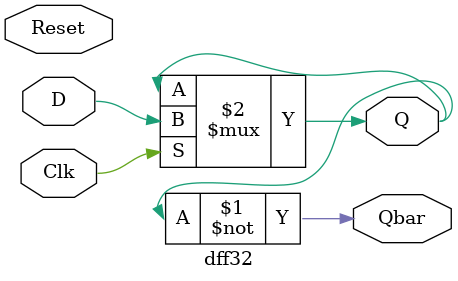
<source format=v>
module dff32(Q,Qbar,D,Clk,Reset);
output reg Q;
output reg Qbar;
input D,Clk,Reset;
assign Qbar = ~Q;
assign Q=Clk ? D:Q;
endmodule

</source>
